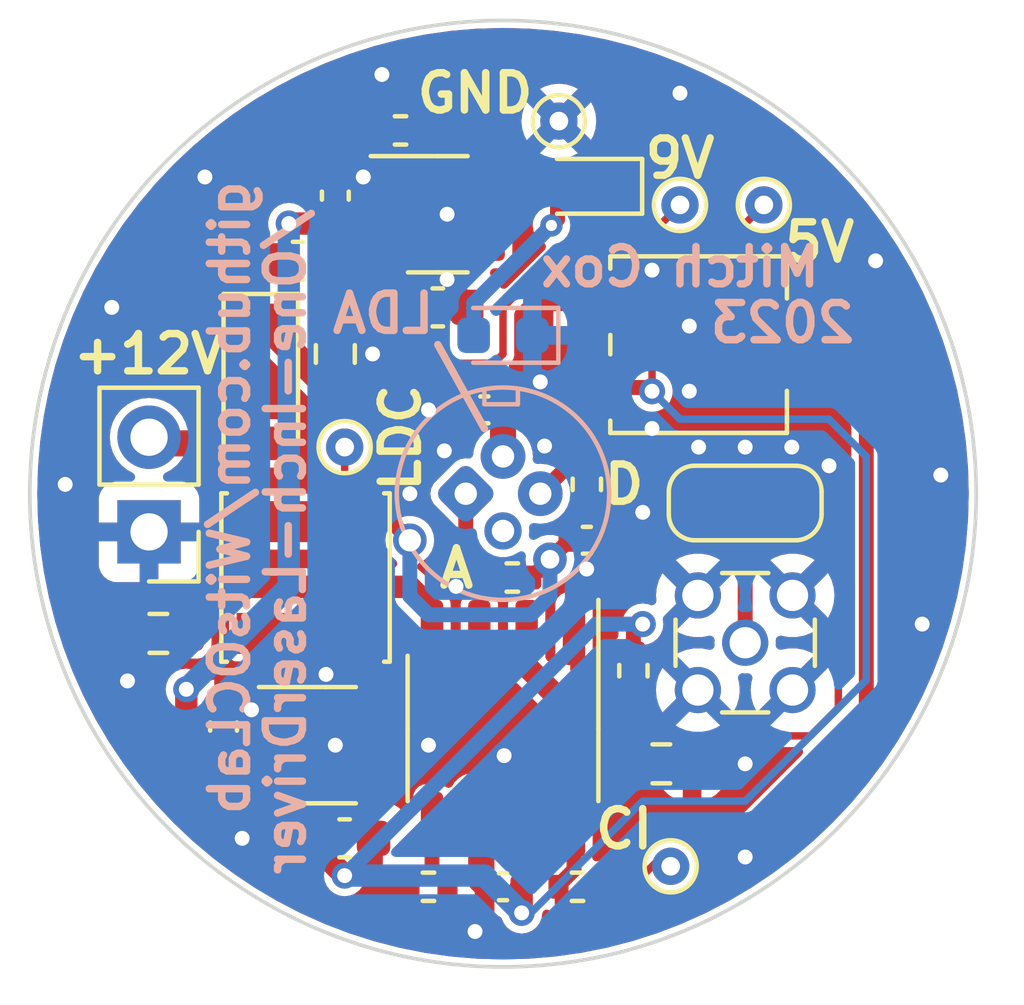
<source format=kicad_pcb>
(kicad_pcb (version 20221018) (generator pcbnew)
  (layers (0 "F.Cu" signal) (31 "B.Cu" signal) (34 "B.Paste" user) (35 "F.Paste" user) (36 "B.SilkS" user "B.Silkscreen") (37 "F.SilkS" user "F.Silkscreen") (38 "B.Mask" user) (39 "F.Mask" user) (44 "Edge.Cuts" user))
  (net 0 "")
  (net 1 "Net-(D4-K)")
  (net 2 "GND")
  (net 3 "+5V")
  (net 4 "Net-(D1-A)")
  (net 5 "Net-(C6-Pad2)")
  (net 6 "Net-(D4-A)")
  (net 7 "Net-(J2-In)")
  (net 8 "Net-(U1-LDK)")
  (net 9 "Net-(U1-AGND1)")
  (net 10 "Net-(U1-AGND2)")
  (net 11 "Net-(U1-CI)")
  (net 12 "Net-(R6-Pad2)")
  (net 13 "Net-(LD1-Pad1)")
  (net 14 "Net-(U2-VIN)")
  (net 15 "+9V")
  (net 16 "Net-(U1-EN2)")
  (net 17 "Net-(JP1-A)")
  (net 18 "Net-(JP1-B)")
  (net 19 "Net-(LD1-Pad3)")
  (footprint "Resistor_SMD:R_0402_1005Metric" (layer "F.Cu") (at 52 60.55)
    (fp_text reference "R6" hide)
    (fp_text value "1k" hide)
    (fp_line (start -0.153641 -0.38) (end 0.153641 -0.38) (stroke (width 0.12)) (layer "F.SilkS"))
    (fp_line (start -0.153641 0.38) (end 0.153641 0.38) (stroke (width 0.12)) (layer "F.SilkS"))
    (pad "1" smd roundrect (at -0.51 0) (size 0.54 0.64) (layers "F.Cu" "F.Paste" "F.Mask") (net 11 "Net-(U1-CI)"))
    (pad "2" smd roundrect (at 0.51 0) (size 0.54 0.64) (layers "F.Cu" "F.Paste" "F.Mask") (net 12 "Net-(R6-Pad2)"))
  )
  (footprint "Capacitor_SMD:C_0603_1608Metric" (layer "F.Cu") (at 48.25 45)
    (fp_text reference "C8" hide)
    (fp_text value "10uF" hide)
    (fp_line (start -0.14058 -0.51) (end 0.14058 -0.51) (stroke (width 0.12)) (layer "F.SilkS"))
    (fp_line (start -0.14058 0.51) (end 0.14058 0.51) (stroke (width 0.12)) (layer "F.SilkS"))
    (pad "1" smd roundrect (at -0.775 0) (size 0.9 0.95) (layers "F.Cu" "F.Paste" "F.Mask") (net 15 "+9V"))
    (pad "2" smd roundrect (at 0.775 0) (size 0.9 0.95) (layers "F.Cu" "F.Paste" "F.Mask") (net 2 "GND"))
  )
  (footprint "TestPoint:TestPoint_THTPad_D1.0mm_Drill0.5mm" (layer "F.Cu") (at 54.75 42.25 180)
    (fp_text reference "TP1" hide)
    (fp_text value "9V" (at 0 1.25) (layer "F.SilkS") (effects (font (thickness 0.2) bold)))
    (fp_circle (center 0 0) (end 0 0.7) (stroke (width 0.12)) (fill none) (layer "F.SilkS"))
    (pad "1" thru_hole circle (at 0 0 180) (size 1 1) (drill 0.5) (layers "*.Cu" "*.Mask") (net 15 "+9V"))
  )
  (footprint "Diode_SMD:D_SOD-123" (layer "F.Cu") (at 43.5 47 -90)
    (fp_text reference "D4" hide)
    (fp_text value "D_Schottky" hide)
    (fp_line (start -2.36 -1) (end -2.36 1) (stroke (width 0.12)) (layer "F.SilkS"))
    (fp_line (start -2.36 -1) (end 1.65 -1) (stroke (width 0.12)) (layer "F.SilkS"))
    (fp_line (start -2.36 1) (end 1.65 1) (stroke (width 0.12)) (layer "F.SilkS"))
    (pad "1" smd roundrect (at -1.65 0 270) (size 0.9 1.2) (layers "F.Cu" "F.Paste" "F.Mask") (net 1 "Net-(D4-K)"))
    (pad "2" smd roundrect (at 1.65 0 270) (size 0.9 1.2) (layers "F.Cu" "F.Paste" "F.Mask") (net 6 "Net-(D4-A)"))
  )
  (footprint "Resistor_SMD:R_0402_1005Metric" (layer "F.Cu") (at 48 60.55)
    (fp_text reference "R8" hide)
    (fp_text value "10k" hide)
    (fp_line (start -0.153641 -0.38) (end 0.153641 -0.38) (stroke (width 0.12)) (layer "F.SilkS"))
    (fp_line (start -0.153641 0.38) (end 0.153641 0.38) (stroke (width 0.12)) (layer "F.SilkS"))
    (pad "1" smd roundrect (at -0.51 0) (size 0.54 0.64) (layers "F.Cu" "F.Paste" "F.Mask") (net 2 "GND"))
    (pad "2" smd roundrect (at 0.51 0) (size 0.54 0.64) (layers "F.Cu" "F.Paste" "F.Mask") (net 16 "Net-(U1-EN2)"))
  )
  (footprint "TestPoint:TestPoint_THTPad_D1.0mm_Drill0.5mm" (layer "F.Cu") (at 50 51)
    (fp_text reference "TP6" hide)
    (fp_text value "Hole" hide)
    (pad "1" thru_hole circle (at 0 0) (size 1 1) (drill 0.6) (layers "*.Cu" "*.Mask"))
  )
  (footprint "Inductor_SMD:L_Sunlord_SWPA4018S" (layer "F.Cu") (at 44.7 52.25 -90)
    (fp_text reference "L1" hide)
    (fp_text value "22uH" hide)
    (fp_line (start -2.26 -2.26) (end -2.26 -2.11) (stroke (width 0.12)) (layer "F.SilkS"))
    (fp_line (start -2.26 -2.26) (end 2.26 -2.26) (stroke (width 0.12)) (layer "F.SilkS"))
    (fp_line (start -2.26 2.26) (end -2.26 2.11) (stroke (width 0.12)) (layer "F.SilkS"))
    (fp_line (start -2.26 2.26) (end 2.26 2.26) (stroke (width 0.12)) (layer "F.SilkS"))
    (fp_line (start 2.26 -2.26) (end 2.26 -2.11) (stroke (width 0.12)) (layer "F.SilkS"))
    (fp_line (start 2.26 2.26) (end 2.26 2.11) (stroke (width 0.12)) (layer "F.SilkS"))
    (pad "1" smd rect (at -1.5 0 270) (size 1.1 3.7) (layers "F.Cu" "F.Paste" "F.Mask") (net 5 "Net-(C6-Pad2)"))
    (pad "2" smd rect (at 1.5 0 270) (size 1.1 3.7) (layers "F.Cu" "F.Paste" "F.Mask") (net 8 "Net-(U1-LDK)"))
  )
  (footprint "Package_TO_SOT_SMD:SOT-23-5" (layer "F.Cu") (at 48.25 42.5)
    (fp_text reference "U2" hide)
    (fp_text value "HT7590-3" hide)
    (fp_line (start 0 -1.56) (end -1.8 -1.56) (stroke (width 0.12)) (layer "F.SilkS"))
    (fp_line (start 0 -1.56) (end 0.8 -1.56) (stroke (width 0.12)) (layer "F.SilkS"))
    (fp_line (start 0 1.56) (end -0.8 1.56) (stroke (width 0.12)) (layer "F.SilkS"))
    (fp_line (start 0 1.56) (end 0.8 1.56) (stroke (width 0.12)) (layer "F.SilkS"))
    (pad "1" smd roundrect (at -1.1375 -0.95) (size 1.325 0.6) (layers "F.Cu" "F.Paste" "F.Mask") (net 2 "GND"))
    (pad "2" smd roundrect (at -1.1375 0) (size 1.325 0.6) (layers "F.Cu" "F.Paste" "F.Mask") (net 14 "Net-(U2-VIN)"))
    (pad "3" smd roundrect (at -1.1375 0.95) (size 1.325 0.6) (layers "F.Cu" "F.Paste" "F.Mask") (net 15 "+9V"))
    (pad "4" smd roundrect (at 1.1375 0.95) (size 1.325 0.6) (layers "F.Cu" "F.Paste" "F.Mask"))
    (pad "5" smd roundrect (at 1.1375 -0.95) (size 1.325 0.6) (layers "F.Cu" "F.Paste" "F.Mask"))
  )
  (footprint "Package_SO:SO-8_3.9x4.9mm_P1.27mm" (layer "F.Cu") (at 50 56.3 -90)
    (fp_text reference "U1" hide)
    (fp_text value "iC-HK")
    (fp_line (start 0 -2.56) (end -3.45 -2.56) (stroke (width 0.12)) (layer "F.SilkS"))
    (fp_line (start 0 -2.56) (end 1.95 -2.56) (stroke (width 0.12)) (layer "F.SilkS"))
    (fp_line (start 0 2.56) (end -1.95 2.56) (stroke (width 0.12)) (layer "F.SilkS"))
    (fp_line (start 0 2.56) (end 1.95 2.56) (stroke (width 0.12)) (layer "F.SilkS"))
    (pad "1" smd roundrect (at -2.575 -1.905 270) (size 1.75 0.6) (layers "F.Cu" "F.Paste" "F.Mask") (net 18 "Net-(JP1-B)"))
    (pad "2" smd roundrect (at -2.575 -0.635 270) (size 1.75 0.6) (layers "F.Cu" "F.Paste" "F.Mask") (net 9 "Net-(U1-AGND1)"))
    (pad "3" smd roundrect (at -2.575 0.635 270) (size 1.75 0.6) (layers "F.Cu" "F.Paste" "F.Mask") (net 8 "Net-(U1-LDK)"))
    (pad "4" smd roundrect (at -2.575 1.905 270) (size 1.75 0.6) (layers "F.Cu" "F.Paste" "F.Mask") (net 10 "Net-(U1-AGND2)"))
    (pad "5" smd roundrect (at 2.575 1.905 270) (size 1.75 0.6) (layers "F.Cu" "F.Paste" "F.Mask") (net 16 "Net-(U1-EN2)"))
    (pad "6" smd roundrect (at 2.575 0.635 270) (size 1.75 0.6) (layers "F.Cu" "F.Paste" "F.Mask") (net 2 "GND"))
    (pad "7" smd roundrect (at 2.575 -0.635 270) (size 1.75 0.6) (layers "F.Cu" "F.Paste" "F.Mask") (net 3 "+5V"))
    (pad "8" smd roundrect (at 2.575 -1.905 270) (size 1.75 0.6) (layers "F.Cu" "F.Paste" "F.Mask") (net 11 "Net-(U1-CI)"))
  )
  (footprint "Capacitor_SMD:C_0402_1005Metric" (layer "F.Cu") (at 45.5 42 90)
    (fp_text reference "C1" hide)
    (fp_text value "0.1uF" hide)
    (fp_line (start -0.107836 -0.36) (end 0.107836 -0.36) (stroke (width 0.12)) (layer "F.SilkS"))
    (fp_line (start -0.107836 0.36) (end 0.107836 0.36) (stroke (width 0.12)) (layer "F.SilkS"))
    (pad "1" smd roundrect (at -0.48 0 90) (size 0.56 0.62) (layers "F.Cu" "F.Paste" "F.Mask") (net 14 "Net-(U2-VIN)"))
    (pad "2" smd roundrect (at 0.48 0 90) (size 0.56 0.62) (layers "F.Cu" "F.Paste" "F.Mask") (net 2 "GND"))
  )
  (footprint "TestPoint:TestPoint_THTPad_D1.0mm_Drill0.5mm" (layer "F.Cu") (at 54.5 60 180)
    (fp_text reference "TP5" hide)
    (fp_text value "CI" (at 1.25 1) (layer "F.SilkS") (effects (font (thickness 0.2) bold)))
    (fp_circle (center 0 0) (end 0 0.7) (stroke (width 0.12)) (fill none) (layer "F.SilkS"))
    (pad "1" thru_hole circle (at 0 0 180) (size 1 1) (drill 0.5) (layers "*.Cu" "*.Mask") (net 11 "Net-(U1-CI)"))
  )
  (footprint "Resistor_SMD:R_0603_1608Metric" (layer "F.Cu") (at 54.25 57.25 180)
    (fp_text reference "R2" hide)
    (fp_text value "1" hide)
    (fp_line (start -0.237258 -0.5225) (end 0.237258 -0.5225) (stroke (width 0.12)) (layer "F.SilkS"))
    (fp_line (start -0.237258 0.5225) (end 0.237258 0.5225) (stroke (width 0.12)) (layer "F.SilkS"))
    (pad "1" smd roundrect (at -0.825 0 180) (size 0.8 0.95) (layers "F.Cu" "F.Paste" "F.Mask") (net 2 "GND"))
    (pad "2" smd roundrect (at 0.825 0 180) (size 0.8 0.95) (layers "F.Cu" "F.Paste" "F.Mask") (net 9 "Net-(U1-AGND1)"))
  )
  (footprint "Resistor_SMD:R_0402_1005Metric" (layer "F.Cu") (at 53.5 54.75 90)
    (fp_text reference "R4" hide)
    (fp_text value "10k" hide)
    (fp_line (start -0.153641 -0.38) (end 0.153641 -0.38) (stroke (width 0.12)) (layer "F.SilkS"))
    (fp_line (start -0.153641 0.38) (end 0.153641 0.38) (stroke (width 0.12)) (layer "F.SilkS"))
    (pad "1" smd roundrect (at -0.51 0 90) (size 0.54 0.64) (layers "F.Cu" "F.Paste" "F.Mask") (net 18 "Net-(JP1-B)"))
    (pad "2" smd roundrect (at 0.51 0 90) (size 0.54 0.64) (layers "F.Cu" "F.Paste" "F.Mask") (net 3 "+5V"))
  )
  (footprint "Resistor_SMD:R_0402_1005Metric" (layer "F.Cu") (at 47.25 40.25)
    (fp_text reference "R1" hide)
    (fp_text value "1k" hide)
    (fp_line (start -0.153641 -0.38) (end 0.153641 -0.38) (stroke (width 0.12)) (layer "F.SilkS"))
    (fp_line (start -0.153641 0.38) (end 0.153641 0.38) (stroke (width 0.12)) (layer "F.SilkS"))
    (pad "1" smd roundrect (at -0.51 0) (size 0.54 0.64) (layers "F.Cu" "F.Paste" "F.Mask") (net 14 "Net-(U2-VIN)"))
    (pad "2" smd roundrect (at 0.51 0) (size 0.54 0.64) (layers "F.Cu" "F.Paste" "F.Mask") (net 4 "Net-(D1-A)"))
  )
  (footprint "Resistor_SMD:R_0603_1608Metric" (layer "F.Cu") (at 40.75 53.75 180)
    (fp_text reference "R3" hide)
    (fp_text value "1" hide)
    (fp_line (start -0.237258 -0.5225) (end 0.237258 -0.5225) (stroke (width 0.12)) (layer "F.SilkS"))
    (fp_line (start -0.237258 0.5225) (end 0.237258 0.5225) (stroke (width 0.12)) (layer "F.SilkS"))
    (pad "1" smd roundrect (at -0.825 0 180) (size 0.8 0.95) (layers "F.Cu" "F.Paste" "F.Mask") (net 10 "Net-(U1-AGND2)"))
    (pad "2" smd roundrect (at 0.825 0 180) (size 0.8 0.95) (layers "F.Cu" "F.Paste" "F.Mask") (net 2 "GND"))
  )
  (footprint "TestPoint:TestPoint_THTPad_D1.0mm_Drill0.5mm" (layer "F.Cu") (at 51.5 40 180)
    (fp_text reference "TP3" hide)
    (fp_text value "GND" (at 2.25 0.75) (layer "F.SilkS") (effects (font (thickness 0.2) bold)))
    (fp_circle (center 0 0) (end 0 0.7) (stroke (width 0.12)) (fill none) (layer "F.SilkS"))
    (pad "1" thru_hole circle (at 0 0 180) (size 1 1) (drill 0.5) (layers "*.Cu" "*.Mask") (net 2 "GND"))
  )
  (footprint "Package_TO_SOT_SMD:SOT-23-5" (layer "F.Cu") (at 45.25 56.75)
    (fp_text reference "U3" hide)
    (fp_text value "HT7550-2" hide)
    (fp_line (start 0 -1.56) (end -1.8 -1.56) (stroke (width 0.12)) (layer "F.SilkS"))
    (fp_line (start 0 -1.56) (end 0.8 -1.56) (stroke (width 0.12)) (layer "F.SilkS"))
    (fp_line (start 0 1.56) (end -0.8 1.56) (stroke (width 0.12)) (layer "F.SilkS"))
    (fp_line (start 0 1.56) (end 0.8 1.56) (stroke (width 0.12)) (layer "F.SilkS"))
    (pad "1" smd roundrect (at -1.1375 -0.95) (size 1.325 0.6) (layers "F.Cu" "F.Paste" "F.Mask") (net 2 "GND"))
    (pad "2" smd roundrect (at -1.1375 0) (size 1.325 0.6) (layers "F.Cu" "F.Paste" "F.Mask") (net 14 "Net-(U2-VIN)"))
    (pad "3" smd roundrect (at -1.1375 0.95) (size 1.325 0.6) (layers "F.Cu" "F.Paste" "F.Mask") (net 3 "+5V"))
    (pad "4" smd roundrect (at 1.1375 0.95) (size 1.325 0.6) (layers "F.Cu" "F.Paste" "F.Mask"))
    (pad "5" smd roundrect (at 1.1375 -0.95) (size 1.325 0.6) (layers "F.Cu" "F.Paste" "F.Mask"))
  )
  (footprint "Potentiometer_SMD:Potentiometer_Bourns_3314G_Vertical" (layer "F.Cu") (at 55.25 46 90)
    (fp_text reference "RV1" hide)
    (fp_text value "1k" hide)
    (fp_line (start -2.37 -2.37) (end -2.37 2.37) (stroke (width 0.12)) (layer "F.SilkS"))
    (fp_line (start -2.37 -2.37) (end -2.039 -2.37) (stroke (width 0.12)) (layer "F.SilkS"))
    (fp_line (start -2.37 2.37) (end -1.24 2.37) (stroke (width 0.12)) (layer "F.SilkS"))
    (fp_line (start -0.259 -2.37) (end 0.26 -2.37) (stroke (width 0.12)) (layer "F.SilkS"))
    (fp_line (start 1.24 2.37) (end 2.37 2.37) (stroke (width 0.12)) (layer "F.SilkS"))
    (fp_line (start 2.04 -2.37) (end 2.37 -2.37) (stroke (width 0.12)) (layer "F.SilkS"))
    (fp_line (start 2.37 -2.37) (end 2.37 2.37) (stroke (width 0.12)) (layer "F.SilkS"))
    (pad "1" smd rect (at 1.15 -2.75 90) (size 1.3 1.3) (layers "F.Cu" "F.Paste" "F.Mask") (net 2 "GND"))
    (pad "2" smd rect (at 0 2.75 90) (size 2 1.3) (layers "F.Cu" "F.Paste" "F.Mask") (net 12 "Net-(R6-Pad2)"))
    (pad "3" smd rect (at -1.15 -2.75 90) (size 1.3 1.3) (layers "F.Cu" "F.Paste" "F.Mask") (net 3 "+5V"))
  )
  (footprint "Capacitor_SMD:C_0603_1608Metric" (layer "F.Cu") (at 45.75 59.25)
    (fp_text reference "C3" hide)
    (fp_text value "10uF" hide)
    (fp_line (start -0.14058 -0.51) (end 0.14058 -0.51) (stroke (width 0.12)) (layer "F.SilkS"))
    (fp_line (start -0.14058 0.51) (end 0.14058 0.51) (stroke (width 0.12)) (layer "F.SilkS"))
    (pad "1" smd roundrect (at -0.775 0) (size 0.9 0.95) (layers "F.Cu" "F.Paste" "F.Mask") (net 3 "+5V"))
    (pad "2" smd roundrect (at 0.775 0) (size 0.9 0.95) (layers "F.Cu" "F.Paste" "F.Mask") (net 2 "GND"))
  )
  (footprint "LED_SMD:LED_0603_1608Metric" (layer "F.Cu") (at 52.25 41.75 180)
    (fp_text reference "D1" hide)
    (fp_text value "LED" hide)
    (fp_line (start -1.485 -0.735) (end -1.485 0.735) (stroke (width 0.12)) (layer "F.SilkS"))
    (fp_line (start -1.485 0.735) (end 0.8 0.735) (stroke (width 0.12)) (layer "F.SilkS"))
    (fp_line (start 0.8 -0.735) (end -1.485 -0.735) (stroke (width 0.12)) (layer "F.SilkS"))
    (pad "1" smd roundrect (at -0.7875 0 180) (size 0.875 0.95) (layers "F.Cu" "F.Paste" "F.Mask") (net 2 "GND"))
    (pad "2" smd roundrect (at 0.7875 0 180) (size 0.875 0.95) (layers "F.Cu" "F.Paste" "F.Mask") (net 4 "Net-(D1-A)"))
  )
  (footprint "Connector_Coaxial:MMCX_Molex_73415-1471_Vertical" (layer "F.Cu") (at 56.5 54)
    (fp_text reference "J2" hide)
    (fp_text value "Conn_Coaxial" hide)
    (fp_line (start -1.87 0.62) (end -1.87 -0.62) (stroke (width 0.12)) (layer "F.SilkS"))
    (fp_line (start 0.62 -1.87) (end -0.62 -1.87) (stroke (width 0.12)) (layer "F.SilkS"))
    (fp_line (start 0.62 1.87) (end -0.62 1.87) (stroke (width 0.12)) (layer "F.SilkS"))
    (fp_line (start 1.87 0.62) (end 1.87 -0.62) (stroke (width 0.12)) (layer "F.SilkS"))
    (pad "1" thru_hole circle (at 0 0) (size 1.24 1.24) (drill 0.84) (layers "*.Cu" "*.Mask") (net 7 "Net-(J2-In)"))
    (pad "2" thru_hole circle (at -1.27 -1.27) (size 1.24 1.24) (drill 0.84) (layers "*.Cu" "*.Mask") (net 2 "GND"))
    (pad "2" thru_hole circle (at -1.27 1.27) (size 1.24 1.24) (drill 0.84) (layers "*.Cu" "*.Mask") (net 2 "GND"))
    (pad "2" thru_hole circle (at 1.27 -1.27) (size 1.24 1.24) (drill 0.84) (layers "*.Cu" "*.Mask") (net 2 "GND"))
    (pad "2" thru_hole circle (at 1.27 1.27) (size 1.24 1.24) (drill 0.84) (layers "*.Cu" "*.Mask") (net 2 "GND"))
  )
  (footprint "Connector_PinHeader_2.54mm:PinHeader_1x02_P2.54mm_Vertical" (layer "F.Cu") (at 40.5 51.025 180)
    (fp_text reference "J3" hide)
    (fp_text value "Power" hide)
    (fp_line (start -1.33 -1.33) (end 0 -1.33) (stroke (width 0.12)) (layer "F.SilkS"))
    (fp_line (start -1.33 0) (end -1.33 -1.33) (stroke (width 0.12)) (layer "F.SilkS"))
    (fp_line (start -1.33 1.27) (end -1.33 3.87) (stroke (width 0.12)) (layer "F.SilkS"))
    (fp_line (start -1.33 1.27) (end 1.33 1.27) (stroke (width 0.12)) (layer "F.SilkS"))
    (fp_line (start -1.33 3.87) (end 1.33 3.87) (stroke (width 0.12)) (layer "F.SilkS"))
    (fp_line (start 1.33 1.27) (end 1.33 3.87) (stroke (width 0.12)) (layer "F.SilkS"))
    (pad "1" thru_hole rect (at 0 0 180) (size 1.7 1.7) (drill 1) (layers "*.Cu" "*.Mask") (net 2 "GND"))
    (pad "2" thru_hole oval (at 0 2.54 180) (size 1.7 1.7) (drill 1) (layers "*.Cu" "*.Mask") (net 6 "Net-(D4-A)"))
  )
  (footprint "Capacitor_SMD:C_0402_1005Metric" (layer "F.Cu") (at 49.5 47.75 180)
    (fp_text reference "C5" hide)
    (fp_text value "0.1uF" hide)
    (fp_line (start -0.107836 -0.36) (end 0.107836 -0.36) (stroke (width 0.12)) (layer "F.SilkS"))
    (fp_line (start -0.107836 0.36) (end 0.107836 0.36) (stroke (width 0.12)) (layer "F.SilkS"))
    (pad "1" smd roundrect (at -0.48 0 180) (size 0.56 0.62) (layers "F.Cu" "F.Paste" "F.Mask") (net 15 "+9V"))
    (pad "2" smd roundrect (at 0.48 0 180) (size 0.56 0.62) (layers "F.Cu" "F.Paste" "F.Mask") (net 2 "GND"))
  )
  (footprint "Resistor_SMD:R_0402_1005Metric" (layer "F.Cu") (at 50.25 52.25 180)
    (fp_text reference "R5" hide)
    (fp_text value "47" hide)
    (fp_line (start -0.153641 -0.38) (end 0.153641 -0.38) (stroke (width 0.12)) (layer "F.SilkS"))
    (fp_line (start -0.153641 0.38) (end 0.153641 0.38) (stroke (width 0.12)) (layer "F.SilkS"))
    (pad "1" smd roundrect (at -0.51 0 180) (size 0.54 0.64) (layers "F.Cu" "F.Paste" "F.Mask") (net 5 "Net-(C6-Pad2)"))
    (pad "2" smd roundrect (at 0.51 0 180) (size 0.54 0.64) (layers "F.Cu" "F.Paste" "F.Mask") (net 13 "Net-(LD1-Pad1)"))
  )
  (footprint "Capacitor_SMD:C_0603_1608Metric" (layer "F.Cu") (at 44.5 43.75 180)
    (fp_text reference "C2" hide)
    (fp_text value "10uF" hide)
    (fp_line (start -0.14058 -0.51) (end 0.14058 -0.51) (stroke (width 0.12)) (layer "F.SilkS"))
    (fp_line (start -0.14058 0.51) (end 0.14058 0.51) (stroke (width 0.12)) (layer "F.SilkS"))
    (pad "1" smd roundrect (at -0.775 0 180) (size 0.9 0.95) (layers "F.Cu" "F.Paste" "F.Mask") (net 14 "Net-(U2-VIN)"))
    (pad "2" smd roundrect (at 0.775 0 180) (size 0.9 0.95) (layers "F.Cu" "F.Paste" "F.Mask") (net 2 "GND"))
  )
  (footprint "Capacitor_SMD:C_0402_1005Metric" (layer "F.Cu") (at 52.25 51.25 180)
    (fp_text reference "C6" hide)
    (fp_text value "0.1uF" hide)
    (fp_line (start -0.107836 -0.36) (end 0.107836 -0.36) (stroke (width 0.12)) (layer "F.SilkS"))
    (fp_line (start -0.107836 0.36) (end 0.107836 0.36) (stroke (width 0.12)) (layer "F.SilkS"))
    (pad "1" smd roundrect (at -0.48 0 180) (size 0.56 0.62) (layers "F.Cu" "F.Paste" "F.Mask") (net 17 "Net-(JP1-A)"))
    (pad "2" smd roundrect (at 0.48 0 180) (size 0.56 0.62) (layers "F.Cu" "F.Paste" "F.Mask") (net 5 "Net-(C6-Pad2)"))
  )
  (footprint "Resistor_SMD:R_0603_1608Metric" (layer "F.Cu") (at 45.5 46.25 90)
    (fp_text reference "R7" hide)
    (fp_text value "10" hide)
    (fp_line (start -0.237258 -0.5225) (end 0.237258 -0.5225) (stroke (width 0.12)) (layer "F.SilkS"))
    (fp_line (start -0.237258 0.5225) (end 0.237258 0.5225) (stroke (width 0.12)) (layer "F.SilkS"))
    (pad "1" smd roundrect (at -0.825 0 90) (size 0.8 0.95) (layers "F.Cu" "F.Paste" "F.Mask") (net 1 "Net-(D4-K)"))
    (pad "2" smd roundrect (at 0.825 0 90) (size 0.8 0.95) (layers "F.Cu" "F.Paste" "F.Mask") (net 14 "Net-(U2-VIN)"))
  )
  (footprint "Capacitor_SMD:C_0402_1005Metric" (layer "F.Cu") (at 42.5 56.25 90)
    (fp_text reference "C7" hide)
    (fp_text value "0.1uF" hide)
    (fp_line (start -0.107836 -0.36) (end 0.107836 -0.36) (stroke (width 0.12)) (layer "F.SilkS"))
    (fp_line (start -0.107836 0.36) (end 0.107836 0.36) (stroke (width 0.12)) (layer "F.SilkS"))
    (pad "1" smd roundrect (at -0.48 0 90) (size 0.56 0.62) (layers "F.Cu" "F.Paste" "F.Mask") (net 14 "Net-(U2-VIN)"))
    (pad "2" smd roundrect (at 0.48 0 90) (size 0.56 0.62) (layers "F.Cu" "F.Paste" "F.Mask") (net 2 "GND"))
  )
  (footprint "TestPoint:TestPoint_THTPad_D1.0mm_Drill0.5mm" (layer "F.Cu") (at 45.75 48.75 90)
    (fp_text reference "TP4" hide)
    (fp_text value "LDC" (at 0.25 1.5 270) (layer "F.SilkS") (effects (font (thickness 0.2) bold)))
    (fp_circle (center 0 0) (end 0 0.7) (stroke (width 0.12)) (fill none) (layer "F.SilkS"))
    (pad "1" thru_hole circle (at 0 0 90) (size 1 1) (drill 0.5) (layers "*.Cu" "*.Mask") (net 5 "Net-(C6-Pad2)"))
  )
  (footprint "Capacitor_SMD:C_0402_1005Metric" (layer "F.Cu") (at 50 60.55 180)
    (fp_text reference "C4" hide)
    (fp_text value "0.1uF" hide)
    (fp_line (start -0.107836 -0.36) (end 0.107836 -0.36) (stroke (width 0.12)) (layer "F.SilkS"))
    (fp_line (start -0.107836 0.36) (end 0.107836 0.36) (stroke (width 0.12)) (layer "F.SilkS"))
    (pad "1" smd roundrect (at -0.48 0 180) (size 0.56 0.62) (layers "F.Cu" "F.Paste" "F.Mask") (net 3 "+5V"))
    (pad "2" smd roundrect (at 0.48 0 180) (size 0.56 0.62) (layers "F.Cu" "F.Paste" "F.Mask") (net 2 "GND"))
  )
  (footprint "Jumper:SolderJumper-3_P1.3mm_Open_RoundedPad1.0x1.5mm_NumberLabels" (layer "F.Cu") (at 56.5 50.25)
    (fp_text reference "JP1" hide)
    (fp_text value "SolderJumper_3_Bridged12" hide)
    (fp_text user "A" (at -7.75 1.75) (layer "F.SilkS") (effects (font (thickness 0.2) bold)))
    (fp_text user "D" (at -3.25 -0.5) (layer "F.SilkS") (effects (font (thickness 0.2) bold)))
    (fp_line (start -2.05 0.3) (end -2.05 -0.3) (stroke (width 0.12)) (layer "F.SilkS"))
    (fp_line (start -1.4 -1) (end 1.4 -1) (stroke (width 0.12)) (layer "F.SilkS"))
    (fp_line (start 1.4 1) (end -1.4 1) (stroke (width 0.12)) (layer "F.SilkS"))
    (fp_line (start 2.05 -0.3) (end 2.05 0.3) (stroke (width 0.12)) (layer "F.SilkS"))
    (fp_arc (start -2.05 -0.3) (mid -1.844975 -0.794975) (end -1.35 -1) (stroke (width 0.12)) (layer "F.SilkS"))
    (fp_arc (start -1.35 1) (mid -1.844975 0.794975) (end -2.05 0.3) (stroke (width 0.12)) (layer "F.SilkS"))
    (fp_arc (start 1.35 -1) (mid 1.844975 -0.794975) (end 2.05 -0.3) (stroke (width 0.12)) (layer "F.SilkS"))
    (fp_arc (start 2.05 0.3) (mid 1.844975 0.794975) (end 1.35 1) (stroke (width 0.12)) (layer "F.SilkS"))
    (pad "1" smd custom (at -1.3 0) (size 1 0.5) (layers "F.Cu" "F.Mask") (net 17 "Net-(JP1-A)") (options (clearance outline) (anchor rect)) (primitives (gr_circle (center 0 0.25) (end 0.5 0.25) (width 0) (fill yes)) (gr_circle (center 0 -0.25) (end 0.5 -0.25) (width 0) (fill yes)) (gr_poly (pts (xy 0.55 0.75) (xy 0 0.75) (xy 0 -0.75) (xy 0.55 -0.75)) (width 0) (fill yes))))
    (pad "2" smd rect (at 0 0) (size 1 1.5) (layers "F.Cu" "F.Mask") (net 7 "Net-(J2-In)"))
    (pad "3" smd custom (at 1.3 0) (size 1 0.5) (layers "F.Cu" "F.Mask") (net 18 "Net-(JP1-B)") (options (clearance outline) (anchor rect)) (primitives (gr_circle (center 0 0.25) (end 0.5 0.25) (width 0) (fill yes)) (gr_circle (center 0 -0.25) (end 0.5 -0.25) (width 0) (fill yes)) (gr_poly (pts (xy 0 0.75) (xy -0.55 0.75) (xy -0.55 -0.75) (xy 0 -0.75)) (width 0) (fill yes))))
  )
  (footprint "TestPoint:TestPoint_THTPad_D1.0mm_Drill0.5mm" (layer "F.Cu") (at 57 42.25 180)
    (fp_text reference "TP2" hide)
    (fp_text value "5V" (at -1.5 -1) (layer "F.SilkS") (effects (font (thickness 0.2) bold)))
    (fp_circle (center 0 0) (end 0 0.7) (stroke (width 0.12)) (fill none) (layer "F.SilkS"))
    (pad "1" thru_hole circle (at 0 0 180) (size 1 1) (drill 0.5) (layers "*.Cu" "*.Mask") (net 3 "+5V"))
  )
  (footprint "Resistor_SMD:R_0402_1005Metric" (layer "F.Cu") (at 52.25 49.75 -90)
    (fp_text reference "R9" hide)
    (fp_text value "47*")
    (fp_line (start -0.153641 -0.38) (end 0.153641 -0.38) (stroke (width 0.12)) (layer "F.SilkS"))
    (fp_line (start -0.153641 0.38) (end 0.153641 0.38) (stroke (width 0.12)) (layer "F.SilkS"))
    (pad "1" smd roundrect (at -0.51 0 270) (size 0.54 0.64) (layers "F.Cu" "F.Paste" "F.Mask") (net 19 "Net-(LD1-Pad3)"))
    (pad "2" smd roundrect (at 0.51 0 270) (size 0.54 0.64) (layers "F.Cu" "F.Paste" "F.Mask") (net 5 "Net-(C6-Pad2)"))
  )
  (footprint "OptoDevice:LaserDiode_TO18-D5.6-3" (layer "B.Cu") (at 49 50)
    (fp_text reference "LD1" hide)
    (fp_text value "D_Laser_Photo_NType" hide)
    (fp_line (start 0.5 -2.8) (end 0.5 -2.4) (stroke (width 0.12)) (layer "B.SilkS"))
    (fp_line (start 0.5 -2.4) (end 1.4 -2.4) (stroke (width 0.12)) (layer "B.SilkS"))
    (fp_line (start 1.4 -2.4) (end 1.4 -2.8) (stroke (width 0.12)) (layer "B.SilkS"))
    (fp_circle (center 1 0) (end -1.85 0) (stroke (width 0.12)) (fill none) (layer "B.SilkS"))
    (pad "1" thru_hole roundrect locked (at 0 0 315) (size 1.2 1.2) (drill 0.6) (layers "*.Cu" "*.Mask") (roundrect_rratio 0.208) (net 13 "Net-(LD1-Pad1)"))
    (pad "2" thru_hole circle locked (at 1 -1) (size 1.2 1.2) (drill 0.6) (layers "*.Cu" "*.Mask") (net 15 "+9V"))
    (pad "3" thru_hole circle locked (at 2 0) (size 1.2 1.2) (drill 0.6) (layers "*.Cu" "*.Mask") (net 19 "Net-(LD1-Pad3)"))
  )
  (footprint "LED_SMD:LED_0603_1608Metric" (layer "B.Cu") (at 50 45.75 180)
    (fp_text reference "D2" hide)
    (fp_text value "LED" hide)
    (fp_line (start -1.485 -0.735) (end 0.8 -0.735) (stroke (width 0.12)) (layer "B.SilkS"))
    (fp_line (start -1.485 0.735) (end -1.485 -0.735) (stroke (width 0.12)) (layer "B.SilkS"))
    (fp_line (start 0.8 0.735) (end -1.485 0.735) (stroke (width 0.12)) (layer "B.SilkS"))
    (pad "1" smd roundrect (at -0.7875 0 180) (size 0.875 0.95) (layers "B.Cu" "B.Paste" "B.Mask") (net 2 "GND"))
    (pad "2" smd roundrect (at 0.7875 0 180) (size 0.875 0.95) (layers "B.Cu" "B.Paste" "B.Mask") (net 4 "Net-(D1-A)"))
  )
  (gr_line (start 48.25 46) (end 49.5 48.25) (stroke (width 0.2)) (layer "B.SilkS"))
  (gr_circle locked (center 50 50) (end 62.7 50) (stroke (width 0.1)) (fill none) (layer "Edge.Cuts"))
  (gr_text "Mitch Cox" (at 54.75 44.5) (layer "B.SilkS") (effects (font (size 1 1) (thickness 0.2) bold) (justify bottom mirror)))
  (gr_text "github.com/WitsOCLab" (at 43.25 41.5 90) (layer "B.SilkS") (effects (font (size 1 1) (thickness 0.2) bold) (justify left bottom mirror)))
  (gr_text "/One-Inch-LaserDriver" (at 44.75 42.25 90) (layer "B.SilkS") (effects (font (size 1 1) (thickness 0.2) bold) (justify left bottom mirror)))
  (gr_text "2023" (at 57.5 46) (layer "B.SilkS") (effects (font (size 1 1) (thickness 0.2) bold) (justify bottom mirror)))
  (gr_text "LDA" (at 48.25 45.75) (layer "B.SilkS") (effects (font (size 1 1) (thickness 0.2) bold) (justify left bottom mirror)))
  (gr_text "+12V" (at 40.5 46.25) (layer "F.SilkS") (effects (font (size 1 1) (thickness 0.2) bold)))
  (segment (start 45.225 47.075) (end 43.5 45.35) (width 0.7) (layer "F.Cu") (net 1))
  (segment (start 45.5 47.075) (end 45.225 47.075) (width 0.7) (layer "F.Cu") (net 1))
  (segment (start 48.05 41.55) (end 48.25 41.75) (width 0.4) (layer "F.Cu") (net 2))
  (segment (start 48.25 44) (end 48.25 42.75) (width 0.4) (layer "F.Cu") (net 2))
  (segment (start 49.365 60.395) (end 49.52 60.55) (width 0.6) (layer "F.Cu") (net 2))
  (segment (start 47.1125 41.55) (end 48.05 41.55) (width 0.4) (layer "F.Cu") (net 2))
  (segment (start 47.1125 41.55) (end 46.3 41.55) (width 0.6) (layer "F.Cu") (net 2))
  (segment (start 46.2 41.55) (end 45.53 41.55) (width 0.6) (layer "F.Cu") (net 2))
  (segment (start 49.025 45) (end 49.025 44.775) (width 0.4) (layer "F.Cu") (net 2))
  (segment (start 42.53 55.8) (end 42.5 55.77) (width 0.6) (layer "F.Cu") (net 2))
  (segment (start 46.3 41.55) (end 46.25 41.5) (width 0.6) (layer "F.Cu") (net 2))
  (segment (start 45.325 58.077817) (end 45.325 56.925) (width 0.4) (layer "F.Cu") (net 2))
  (segment (start 48.25 41.75) (end 48.25 42.25) (width 0.4) (layer "F.Cu") (net 2))
  (segment (start 49.025 44.775) (end 48.5 44.25) (width 0.4) (layer "F.Cu") (net 2))
  (segment (start 45.25 54.849502) (end 45.25 56.5) (width 0.4) (layer "F.Cu") (net 2))
  (segment (start 44.1125 55.8) (end 42.53 55.8) (width 0.6) (layer "F.Cu") (net 2))
  (segment (start 45.25 56.5) (end 45.5 56.75) (width 0.4) (layer "F.Cu") (net 2))
  (segment (start 45.53 41.55) (end 45.5 41.52) (width 0.6) (layer "F.Cu") (net 2))
  (segment (start 46.25 41.5) (end 46.2 41.55) (width 0.6) (layer "F.Cu") (net 2))
  (segment (start 45.325 56.925) (end 45.5 56.75) (width 0.4) (layer "F.Cu") (net 2))
  (segment (start 52.5 44.85) (end 53.4 44.85) (width 0.6) (layer "F.Cu") (net 2))
  (segment (start 49.365 58.875) (end 49.365 60.395) (width 0.6) (layer "F.Cu") (net 2))
  (segment (start 46.525 59.25) (end 46.497183 59.25) (width 0.4) (layer "F.Cu") (net 2))
  (segment (start 48.25 42.25) (end 48.5 42.5) (width 0.4) (layer "F.Cu") (net 2))
  (segment (start 48.5 44.25) (end 48.25 44) (width 0.4) (layer "F.Cu") (net 2))
  (segment (start 54 44.25) (end 54 44) (width 0.6) (layer "F.Cu") (net 2))
  (segment (start 46.497183 59.25) (end 45.325 58.077817) (width 0.4) (layer "F.Cu") (net 2))
  (segment (start 53.4 44.85) (end 54 44.25) (width 0.6) (layer "F.Cu") (net 2))
  (segment (start 48.25 42.75) (end 48.5 42.5) (width 0.4) (layer "F.Cu") (net 2))
  (via (at 48.738631 52.487775) (size 0.7) (drill 0.4) (layers "F.Cu" "B.Cu") (net 2))
  (via (at 54 48.25) (size 0.7) (drill 0.4) (layers "F.Cu" "B.Cu") (net 2))
  (via (at 39.92132 55.024915) (size 0.7) (drill 0.4) (layers "F.Cu" "B.Cu") (net 2))
  (via (at 43 59.25) (size 0.7) (drill 0.4) (layers "F.Cu" "B.Cu") (net 2))
  (via (at 47.5 50) (size 0.7) (drill 0.4) (layers "F.Cu" "B.Cu") (net 2))
  (via (at 48.5 44.25) (size 0.7) (drill 0.4) (layers "F.Cu" "B.Cu") (net 2))
  (via (at 46.25 41.5) (size 0.7) (drill 0.4) (layers "F.Cu" "B.Cu") (net 2))
  (via (at 55.25 48.75) (size 0.7) (drill 0.4) (layers "F.Cu" "B.Cu") (net 2))
  (via (at 55 47.25) (size 0.7) (drill 0.4) (layers "F.Cu" "B.Cu") (net 2))
  (via (at 46.5 46.25) (size 0.7) (drill 0.4) (layers "F.Cu" "B.Cu") (net 2))
  (via (at 45.25 54.849502) (size 0.7) (drill 0.4) (layers "F.Cu" "B.Cu") (net 2))
  (via (at 42 41.5) (size 0.7) (drill 0.4) (layers "F.Cu" "B.Cu") (net 2))
  (via (at 56.5 48.75) (size 0.7) (drill 0.4) (layers "F.Cu" "B.Cu") (net 2))
  (via (at 54.75 39.25) (size 0.7) (drill 0.4) (layers "F.Cu" "B.Cu") (net 2))
  (via (at 54 44) (size 0.7) (drill 0.4) (layers "F.Cu" "B.Cu") (net 2))
  (via (at 51.115181 48.721205) (size 0.7) (drill 0.4) (layers "F.Cu" "B.Cu") (net 2))
  (via (at 48 47.75) (size 0.7) (drill 0.4) (layers "F.Cu" "B.Cu") (net 2))
  (via (at 53.75 50.5) (size 0.7) (drill 0.4) (layers "F.Cu" "B.Cu") (net 2))
  (via (at 43.25 55.8) (size 0.7) (drill 0.4) (layers "F.Cu" "B.Cu") (net 2))
  (via (at 56.5 59.75) (size 0.7) (drill 0.4) (layers "F.Cu" "B.Cu") (net 2))
  (via (at 46.75 38.75) (size 0.7) (drill 0.4) (layers "F.Cu" "B.Cu") (net 2))
  (via (at 48.5 42.5) (size 0.7) (drill 0.4) (layers "F.Cu" "B.Cu") (net 2))
  (via (at 60 43.75) (size 0.7) (drill 0.4) (layers "F.Cu" "B.Cu") (net 2))
  (via (at 51 47) (size 0.7) (drill 0.4) (layers "F.Cu" "B.Cu") (net 2))
  (via (at 48.425443 48.850563) (size 0.7) (drill 0.4) (layers "F.Cu" "B.Cu") (net 2))
  (via (at 45.5 56.75) (size 0.7) (drill 0.4) (layers "F.Cu" "B.Cu") (net 2))
  (via (at 61.75 49.5) (size 0.7) (drill 0.4) (layers "F.Cu" "B.Cu") (net 2))
  (via (at 56.5 57.25) (size 0.7) (drill 0.4) (layers "F.Cu" "B.Cu") (net 2))
  (via (at 52.245504 52.022369) (size 0.7) (drill 0.4) (layers "F.Cu" "B.Cu") (net 2))
  (via (at 61.25 53.5) (size 0.7) (drill 0.4) (layers "F.Cu" "B.Cu") (net 2))
  (via (at 49.25 61.75) (size 0.7) (drill 0.4) (layers "F.Cu" "B.Cu") (net 2))
  (via (at 55 45.5) (size 0.7) (drill 0.4) (layers "F.Cu" "B.Cu") (net 2))
  (via (at 48 56.75) (size 0.7) (drill 0.4) (layers "F.Cu" "B.Cu") (net 2))
  (via (at 58.75 49.25) (size 0.7) (drill 0.4) (layers "F.Cu" "B.Cu") (net 2))
  (via (at 39.5 45) (size 0.7) (drill 0.4) (layers "F.Cu" "B.Cu") (net 2))
  (via (at 38.25 49.75) (size 0.7) (drill 0.4) (layers "F.Cu" "B.Cu") (net 2))
  (via (at 50.029977 57.029977) (size 0.7) (drill 0.4) (layers "F.Cu" "B.Cu") (net 2))
  (via (at 57.75 48.75) (size 0.7) (drill 0.4) (layers "F.Cu" "B.Cu") (net 2))
  (segment (start 44.1125 58.3875) (end 44.975 59.25) (width 0.6) (layer "F.Cu") (net 3))
  (segment (start 50.635 58.875) (end 50.635 60.395) (width 0.6) (layer "F.Cu") (net 3))
  (segment (start 50.5 61.25) (end 50.5 60.57) (width 0.6) (layer "F.Cu") (net 3))
  (segment (start 44.975 59.475) (end 45.75 60.25) (width 0.6) (layer "F.Cu") (net 3))
  (segment (start 44.975 59.25) (end 44.975 59.475) (width 0.6) (layer "F.Cu") (net 3))
  (segment (start 44.1125 57.7) (end 44.1125 58.3875) (width 0.6) (layer "F.Cu") (net 3))
  (segment (start 57 42.25) (end 54 45.25) (width 0.2) (layer "F.Cu") (net 3))
  (segment (start 52.5 47.15) (end 53.9 47.15) (width 0.4) (layer "F.Cu") (net 3))
  (segment (start 53.5 54.24) (end 53.5 53.75) (width 0.4) (layer "F.Cu") (net 3))
  (segment (start 50.635 60.395) (end 50.48 60.55) (width 0.6) (layer "F.Cu") (net 3))
  (segment (start 50.5 60.57) (end 50.48 60.55) (width 0.6) (layer "F.Cu") (net 3))
  (segment (start 53.9 47.15) (end 54 47.25) (width 0.4) (layer "F.Cu") (net 3))
  (segment (start 53.5 53.75) (end 53.75 53.5) (width 0.4) (layer "F.Cu") (net 3))
  (segment (start 54 45.25) (end 54 47.25) (width 0.2) (layer "F.Cu") (net 3))
  (via (at 53.75 53.5) (size 0.7) (drill 0.4) (layers "F.Cu" "B.Cu") (net 3))
  (via (at 54 47.25) (size 0.7) (drill 0.4) (layers "F.Cu" "B.Cu") (net 3))
  (via (at 50.5 61.25) (size 0.7) (drill 0.4) (layers "F.Cu" "B.Cu") (net 3))
  (via (at 45.75 60.25) (size 0.7) (drill 0.4) (layers "F.Cu" "B.Cu") (net 3))
  (segment (start 53.75 58.25) (end 56.5 58.25) (width 0.2) (layer "B.Cu") (net 3))
  (segment (start 54.75 48) (end 54 47.25) (width 0.2) (layer "B.Cu") (net 3))
  (segment (start 58.75 48) (end 54.75 48) (width 0.2) (layer "B.Cu") (net 3))
  (segment (start 50.5 61.25) (end 50.75 61.25) (width 0.2) (layer "B.Cu") (net 3))
  (segment (start 53.75 53.5) (end 52.5 53.5) (width 0.4) (layer "B.Cu") (net 3))
  (segment (start 59.75 49) (end 58.75 48) (width 0.2) (layer "B.Cu") (net 3))
  (segment (start 49.5 60.25) (end 45.75 60.25) (width 0.6) (layer "B.Cu") (net 3))
  (segment (start 50.75 61.25) (end 53.75 58.25) (width 0.2) (layer "B.Cu") (net 3))
  (segment (start 50.5 61.25) (end 49.5 60.25) (width 0.6) (layer "B.Cu") (net 3))
  (segment (start 59.75 55) (end 59.75 49) (width 0.2) (layer "B.Cu") (net 3))
  (segment (start 56.5 58.25) (end 59.75 55) (width 0.2) (layer "B.Cu") (net 3))
  (segment (start 52.5 53.5) (end 45.75 60.25) (width 0.4) (layer "B.Cu") (net 3))
  (segment (start 51.4625 42.6375) (end 51.3 42.8) (width 0.4) (layer "F.Cu") (net 4))
  (segment (start 47.76 40.25) (end 49.9625 40.25) (width 0.4) (layer "F.Cu") (net 4))
  (segment (start 49.9625 40.25) (end 51.4625 41.75) (width 0.4) (layer "F.Cu") (net 4))
  (segment (start 51.4625 41.75) (end 51.4625 42.6375) (width 0.4) (layer "F.Cu") (net 4))
  (via (at 51.3 42.8) (size 0.6) (drill 0.3) (layers "F.Cu" "B.Cu") (net 4))
  (segment (start 49.2125 45.75) (end 49.2125 44.8875) (width 0.4) (layer "B.Cu") (net 4))
  (segment (start 49.2125 44.8875) (end 51.3 42.8) (width 0.4) (layer "B.Cu") (net 4))
  (segment (start 47 50.75) (end 47.5 51.25) (width 0.4) (layer "F.Cu") (net 5))
  (segment (start 44.7 50.75) (end 45.75 50.75) (width 0.2) (layer "F.Cu") (net 5))
  (segment (start 51.26 51.76) (end 50.77 52.25) (width 0.4) (layer "F.Cu") (net 5))
  (segment (start 45.75 48.75) (end 45.75 50.75) (width 0.2) (layer "F.Cu") (net 5))
  (segment (start 51.77 51.25) (end 51.77 50.74) (width 0.4) (layer "F.Cu") (net 5))
  (segment (start 50.77 52.25) (end 50.76 52.25) (width 0.4) (layer "F.Cu") (net 5))
  (segment (start 44.7 50.75) (end 47 50.75) (width 0.4) (layer "F.Cu") (net 5))
  (segment (start 51.26 51.76) (end 51.77 51.25) (width 0.4) (layer "F.Cu") (net 5))
  (segment (start 51.77 50.74) (end 52.25 50.26) (width 0.4) (layer "F.Cu") (net 5))
  (via (at 51.26 51.76) (size 0.9) (drill 0.5) (layers "F.Cu" "B.Cu") (net 5))
  (via (at 47.5 51.25) (size 0.9) (drill 0.6) (layers "F.Cu" "B.Cu") (net 5))
  (segment (start 50.75 53.25) (end 48 53.25) (width 0.4) (layer "B.Cu") (net 5))
  (segment (start 48 53.25) (end 47.5 52.75) (width 0.4) (layer "B.Cu") (net 5))
  (segment (start 51.26 51.76) (end 51.26 52.74) (width 0.4) (layer "B.Cu") (net 5))
  (segment (start 51.26 52.74) (end 50.75 53.25) (width 0.4) (layer "B.Cu") (net 5))
  (segment (start 47.5 52.75) (end 47.5 51.25) (width 0.4) (layer "B.Cu") (net 5))
  (segment (start 43.5 48.65) (end 40.665 48.65) (width 0.7) (layer "F.Cu") (net 6))
  (segment (start 40.665 48.65) (end 40.5 48.485) (width 0.7) (layer "F.Cu") (net 6))
  (segment (start 56.5 54) (end 56.5 50.25) (width 0.4) (layer "F.Cu") (net 7))
  (segment (start 46.25 53.75) (end 44.7 53.75) (width 0.6) (layer "F.Cu") (net 8))
  (segment (start 48.5 55.25) (end 47.75 55.25) (width 0.6) (layer "F.Cu") (net 8))
  (segment (start 49.365 53.725) (end 49.365 54.385) (width 0.6) (layer "F.Cu") (net 8))
  (segment (start 47.75 55.25) (end 46.25 53.75) (width 0.6) (layer "F.Cu") (net 8))
  (segment (start 49.365 54.385) (end 48.5 55.25) (width 0.6) (layer "F.Cu") (net 8))
  (segment (start 50.635 54.635) (end 53.25 57.25) (width 0.6) (layer "F.Cu") (net 9))
  (segment (start 53.25 57.25) (end 53.425 57.25) (width 0.6) (layer "F.Cu") (net 9))
  (segment (start 50.635 53.725) (end 50.635 54.635) (width 0.6) (layer "F.Cu") (net 9))
  (segment (start 48.095 53.725) (end 48.095 53.095) (width 0.6) (layer "F.Cu") (net 10))
  (segment (start 48.095 53.095) (end 47.5 52.5) (width 0.6) (layer "F.Cu") (net 10))
  (segment (start 41.575 53.175) (end 41.575 53.75) (width 0.6) (layer "F.Cu") (net 10))
  (segment (start 42.25 52.5) (end 41.575 53.175) (width 0.6) (layer "F.Cu") (net 10))
  (segment (start 48.095 53.725) (end 48.095 53.905) (width 0.6) (layer "F.Cu") (net 10))
  (segment (start 47.5 52.5) (end 42.25 52.5) (width 0.6) (layer "F.Cu") (net 10))
  (segment (start 51.49 60.51) (end 51.905 60.095) (width 0.4) (layer "F.Cu") (net 11))
  (segment (start 52.75 61.25) (end 54.25 59.75) (width 0.2) (layer "F.Cu") (net 11))
  (segment (start 51.49 60.55) (end 51.49 60.51) (width 0.4) (layer "F.Cu") (net 11))
  (segment (start 54.25 59.75) (end 54.75 59.75) (width 0.2) (layer "F.Cu") (net 11))
  (segment (start 51.905 60.095) (end 51.905 58.875) (width 0.4) (layer "F.Cu") (net 11))
  (segment (start 51.75 61.25) (end 52.75 61.25) (width 0.2) (layer "F.Cu") (net 11))
  (segment (start 51.49 60.55) (end 51.49 60.99) (width 0.2) (layer "F.Cu") (net 11))
  (segment (start 51.49 60.99) (end 51.75 61.25) (width 0.2) (layer "F.Cu") (net 11))
  (segment (start 52.51 60.55) (end 52.51 60.49) (width 0.4) (layer "F.Cu") (net 12))
  (segment (start 52.51 60.49) (end 54 59) (width 0.4) (layer "F.Cu") (net 12))
  (segment (start 56.598528 59) (end 59.75 55.848528) (width 0.4) (layer "F.Cu") (net 12))
  (segment (start 59.75 55.848528) (end 59.75 48) (width 0.4) (layer "F.Cu") (net 12))
  (segment (start 54 59) (end 56.598528 59) (width 0.4) (layer "F.Cu") (net 12))
  (segment (start 58 46.25) (end 58 46) (width 0.4) (layer "F.Cu") (net 12))
  (segment (start 59.75 48) (end 58 46.25) (width 0.4) (layer "F.Cu") (net 12))
  (segment (start 49 51.51) (end 49 50) (width 0.4) (layer "F.Cu") (net 13))
  (segment (start 49.74 52.25) (end 49 51.51) (width 0.4) (layer "F.Cu") (net 13))
  (segment (start 45.275 42.705) (end 45.5 42.48) (width 0.7) (layer "F.Cu") (net 14))
  (segment (start 47.1125 42.5) (end 45.52 42.5) (width 0.7) (layer "F.Cu") (net 14))
  (segment (start 44.1125 56.75) (end 42.52 56.75) (width 0.6) (layer "F.Cu") (net 14))
  (segment (start 44.7 40.7) (end 44.7 42.13) (width 0.4) (layer "F.Cu") (net 14))
  (segment (start 42.244903 56.73) (end 41.5 55.985097) (width 0.6) (layer "F.Cu") (net 14))
  (segment (start 45.23 42.75) (end 45.275 42.705) (width 0.6) (layer "F.Cu") (net 14))
  (segment (start 46.74 40.25) (end 45.15 40.25) (width 0.4) (layer "F.Cu") (net 14))
  (segment (start 45.275 45.2) (end 45.5 45.425) (width 0.7) (layer "F.Cu") (net 14))
  (segment (start 44.25 42.75) (end 45.23 42.75) (width 0.6) (layer "F.Cu") (net 14))
  (segment (start 42.52 56.75) (end 42.5 56.73) (width 0.6) (layer "F.Cu") (net 14))
  (segment (start 45.52 42.5) (end 45.5 42.48) (width 0.7) (layer "F.Cu") (net 14))
  (segment (start 42.5 56.73) (end 42.244903 56.73) (width 0.6) (layer "F.Cu") (net 14))
  (segment (start 45.275 43.75) (end 45.275 42.705) (width 0.7) (layer "F.Cu") (net 14))
  (segment (start 44.7 42.13) (end 45.275 42.705) (width 0.4) (layer "F.Cu") (net 14))
  (segment (start 41.5 55.985097) (end 41.5 55.25) (width 0.6) (layer "F.Cu") (net 14))
  (segment (start 45.275 43.75) (end 45.275 45.2) (width 0.7) (layer "F.Cu") (net 14))
  (segment (start 45.15 40.25) (end 44.7 40.7) (width 0.4) (layer "F.Cu") (net 14))
  (via (at 44.25 42.75) (size 0.7) (drill 0.4) (layers "F.Cu" "B.Cu") (net 14))
  (via (at 41.5 55.25) (size 0.7) (drill 0.4) (layers "F.Cu" "B.Cu") (net 14))
  (segment (start 41.5 55.25) (end 44.25 52.5) (width 0.6) (layer "B.Cu") (net 14))
  (segment (start 44.25 52.5) (end 44.25 42.75) (width 0.6) (layer "B.Cu") (net 14))
  (segment (start 47.5 46) (end 48.25 46.75) (width 0.7) (layer "F.Cu") (net 15))
  (segment (start 50 45) (end 50 46.25) (width 0.2) (layer "F.Cu") (net 15))
  (segment (start 47.1125 43.45) (end 47.1125 44.6375) (width 0.7) (layer "F.Cu") (net 15))
  (segment (start 53.75 43.25) (end 51.75 43.25) (width 0.2) (layer "F.Cu") (net 15))
  (segment (start 54.75 42.25) (end 53.75 43.25) (width 0.2) (layer "F.Cu") (net 15))
  (segment (start 47.475 45) (end 47.5 45.025) (width 0.7) (layer "F.Cu") (net 15))
  (segment (start 50 46.25) (end 49.5 46.75) (width 0.2) (layer "F.Cu") (net 15))
  (segment (start 47.475 45) (end 47.6 45.125) (width 0.7) (layer "F.Cu") (net 15))
  (segment (start 47.1125 44.6375) (end 47.475 45) (width 0.7) (layer "F.Cu") (net 15))
  (segment (start 49.5 46.75) (end 50 47.25) (width 0.7) (layer "F.Cu") (net 15))
  (segment (start 47.5 45.025) (end 47.5 46) (width 0.7) (layer "F.Cu") (net 15))
  (segment (start 51.75 43.25) (end 50 45) (width 0.2) (layer "F.Cu") (net 15))
  (segment (start 50 47.25) (end 50 49) (width 0.7) (layer "F.Cu") (net 15))
  (segment (start 48.25 46.75) (end 49.5 46.75) (width 0.7) (layer "F.Cu") (net 15))
  (segment (start 48.51 60.55) (end 48.51 60.51) (width 0.4) (layer "F.Cu") (net 16))
  (segment (start 48.51 60.51) (end 48.095 60.095) (width 0.4) (layer "F.Cu") (net 16))
  (segment (start 48.095 60.095) (end 48.095 58.875) (width 0.4) (layer "F.Cu") (net 16))
  (segment (start 52.73 51.25) (end 54.2 51.25) (width 0.4) (layer "F.Cu") (net 17))
  (segment (start 54.2 51.25) (end 55.2 50.25) (width 0.4) (layer "F.Cu") (net 17))
  (segment (start 54.245 56.5) (end 53.5 55.755) (width 0.2) (layer "F.Cu") (net 18))
  (segment (start 58.25 56.5) (end 54.245 56.5) (width 0.2) (layer "F.Cu") (net 18))
  (segment (start 59 55.75) (end 58.25 56.5) (width 0.2) (layer "F.Cu") (net 18))
  (segment (start 57.8 50.25) (end 57.8 50.3) (width 0.4) (layer "F.Cu") (net 18))
  (segment (start 52.46 55.26) (end 53.5 55.26) (width 0.2) (layer "F.Cu") (net 18))
  (segment (start 57.8 50.3) (end 59 51.5) (width 0.2) (layer "F.Cu") (net 18))
  (segment (start 51.905 53.425) (end 51.905 54.705) (width 0.2) (layer "F.Cu") (net 18))
  (segment (start 53.5 55.755) (end 53.5 55.26) (width 0.2) (layer "F.Cu") (net 18))
  (segment (start 51.905 54.705) (end 52.46 55.26) (width 0.2) (layer "F.Cu") (net 18))
  (segment (start 59 51.5) (end 59 55.75) (width 0.2) (layer "F.Cu") (net 18))
  (segment (start 52.25 49.24) (end 51.76 49.24) (width 0.4) (layer "F.Cu") (net 19))
  (segment (start 51.76 49.24) (end 51 50) (width 0.4) (layer "F.Cu") (net 19))
  (zone (net 2) (net_name "GND") (layers "F&B.Cu") (connect_pads (clearance 0.2)) (min_thickness 0.25) (fill yes (thermal_gap 0.5) (thermal_bridge_width 0.5))
    (polygon (pts (xy 64 36.75) (xy 64 63.75) (xy 36.5 63.75) (xy 36.5 36.75)))
  )
)
</source>
